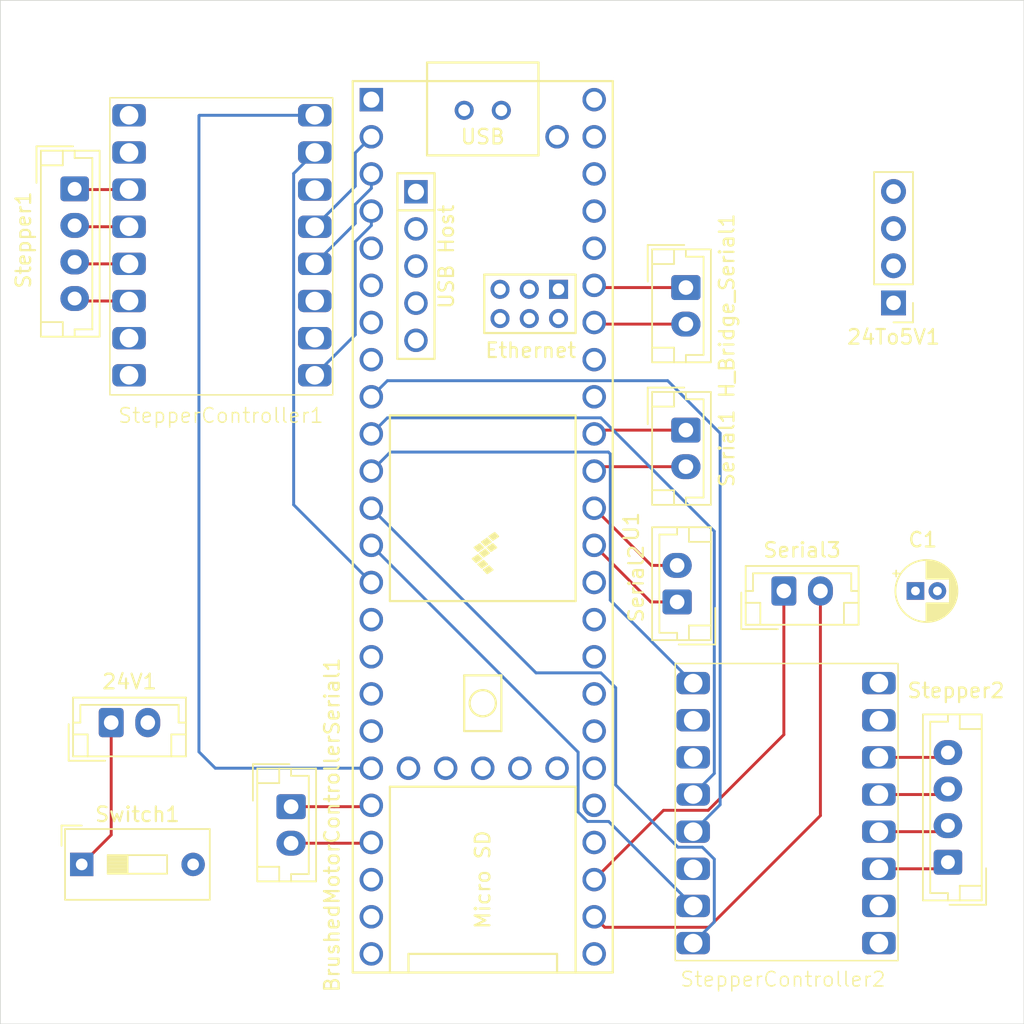
<source format=kicad_pcb>
(kicad_pcb (version 20240108) (generator "pcbnew") (generator_version "8.0")
  (layers (0 "F.Cu" signal "Data Lines 1") (1 "In1.Cu" power "GND") (2 "In2.Cu" power "VCC") (31 "B.Cu" signal "Data Lines 2") (34 "B.Paste" user) (35 "F.Paste" user) (36 "B.SilkS" user "B.Silkscreen") (37 "F.SilkS" user "F.Silkscreen") (38 "B.Mask" user) (39 "F.Mask" user) (44 "Edge.Cuts" user))
  (net 0 "")
  (net 2 "Net-(24To5V1-Vin)")
  (net 3 "Net-(24V1-Pin_1)")
  (net 4 "Net-(Stepper1-Pin_1)")
  (net 5 "Net-(Stepper1-Pin_3)")
  (net 6 "Net-(Stepper1-Pin_2)")
  (net 7 "Net-(Stepper1-Pin_4)")
  (net 8 "Net-(Stepper2-Pin_2)")
  (net 9 "Net-(Stepper2-Pin_4)")
  (net 10 "Net-(Stepper2-Pin_3)")
  (net 11 "Net-(Stepper2-Pin_1)")
  (net 55 "/TX_Stepper_Motor_1")
  (net 56 "/3v3_Stepper_Motor_1")
  (net 57 "/DIR_Stepper_Motor_1")
  (net 58 "/RX_Stepper_Motor_1")
  (net 59 "/OUT_2")
  (net 60 "/RX_Stepper_Motor_2")
  (net 61 "/3v3_Stepper_Motor_2")
  (net 62 "/OUT_1")
  (net 63 "/DIR_Stepper_Motor_2")
  (net 64 "/TX_Stepper_Motor_2")
  (net 65 "/STEP_Stepper_Motor_2")
  (net 66 "/RX_5_H_Bridge")
  (net 67 "/TX_5_H_Bridge")
  (net 68 "/RX_drill")
  (net 69 "/TX_drill")
  (net 70 "/RX_Serial_1")
  (net 71 "/TX_Serial_1")
  (net 72 "/RX_Serial_2")
  (net 73 "/TX_Serial_2")
  (net 74 "/RX_Serial_3")
  (net 75 "/TX_Serial_3")
  (net 76 "/GND_Teensy")
  (net 81 "Net-(24To5V1-Vout)")
  (net 82 "/STEP_Stepper_Motor_1")
  (footprint "Connector_JST:JST_EH_B2B-EH-A_1x02_P2.50mm_Vertical" (layer "F.Cu") (at 118.58 105.39)
    (property "Reference" "Serial3" (at 1.25 -2.8 0) (layer "F.SilkS"))
    (property "Value" "Conn_01x02")
    (pad "1" thru_hole roundrect (at 0 0) (size 1.7 2) (drill 1) (layers "*.Cu" "*.Mask") (roundrect_rratio 0.147059) (net 75 "/TX_Serial_3"))
    (pad "2" thru_hole oval (at 2.5 0) (size 1.7 2) (drill 1) (layers "*.Cu" "*.Mask") (net 74 "/RX_Serial_3"))
  )
  (footprint "Connector_PinHeader_2.54mm:PinHeader_1x04_P2.54mm_Vertical" (layer "F.Cu") (at 126.08 85.69 180)
    (property "Reference" "24To5V1" (at 0 -2.33 0) (layer "F.SilkS"))
    (property "Value" "~")
    (pad "1" thru_hole rect (at 0 0 180) (size 1.7 1.7) (drill 1) (layers "*.Cu" "*.Mask"))
    (pad "2" thru_hole oval (at 0 2.54 180) (size 1.7 1.7) (drill 1) (layers "*.Cu" "*.Mask") (net 2 "Net-(24To5V1-Vin)"))
    (pad "3" thru_hole oval (at 0 5.08 180) (size 1.7 1.7) (drill 1) (layers "*.Cu" "*.Mask") (net 76 "/GND_Teensy"))
    (pad "4" thru_hole oval (at 0 7.62 180) (size 1.7 1.7) (drill 1) (layers "*.Cu" "*.Mask") (net 81 "Net-(24To5V1-Vout)"))
  )
  (footprint "Connector_JST:JST_EH_B4B-EH-A_1x04_P2.50mm_Vertical" (layer "F.Cu") (at 129.8 123.94 90)
    (property "Reference" "Stepper2" (at 11.74 0.55 180) (layer "F.SilkS"))
    (property "Value" "Conn_01x04")
    (pad "1" thru_hole roundrect (at 0 0 90) (size 1.7 1.95) (drill 0.95) (layers "*.Cu" "*.Mask") (roundrect_rratio 0.147059) (net 11 "Net-(Stepper2-Pin_1)"))
    (pad "2" thru_hole oval (at 2.5 0 90) (size 1.7 1.95) (drill 0.95) (layers "*.Cu" "*.Mask") (net 8 "Net-(Stepper2-Pin_2)"))
    (pad "3" thru_hole oval (at 5 0 90) (size 1.7 1.95) (drill 0.95) (layers "*.Cu" "*.Mask") (net 10 "Net-(Stepper2-Pin_3)"))
    (pad "4" thru_hole oval (at 7.5 0 90) (size 1.7 1.95) (drill 0.95) (layers "*.Cu" "*.Mask") (net 9 "Net-(Stepper2-Pin_4)"))
  )
  (footprint "Bigtreetech_TMC2209:Bigtree_Tech_TMC2209_V1.3" (layer "F.Cu") (at 80.08 81.89 180)
    (property "Reference" "StepperController1" (at 0 -11.5 0) (layer "F.SilkS") (effects (font (thickness 0.1))))
    (property "Value" "~")
    (pad "1" thru_hole roundrect (at -6.42 -8.75 180) (size 2.286 1.524) (drill 1.27) (layers "*.Cu" "*.Mask") (net 59 "/OUT_2"))
    (pad "2" thru_hole roundrect (at -6.42 -6.21 180) (size 2.286 1.524) (drill 1.27) (layers "*.Cu" "*.Mask"))
    (pad "3" thru_hole roundrect (at -6.42 -3.67 180) (size 2.286 1.524) (drill 1.27) (layers "*.Cu" "*.Mask"))
    (pad "4" thru_hole roundrect (at -6.42 -1.13 180) (size 2.286 1.524) (drill 1.27) (layers "*.Cu" "*.Mask") (net 55 "/TX_Stepper_Motor_1"))
    (pad "5" thru_hole roundrect (at -6.42 1.41 180) (size 2.286 1.524) (drill 1.27) (layers "*.Cu" "*.Mask") (net 58 "/RX_Stepper_Motor_1"))
    (pad "6" thru_hole roundrect (at -6.42 3.95 180) (size 2.286 1.524) (drill 1.27) (layers "*.Cu" "*.Mask"))
    (pad "7" thru_hole roundrect (at -6.42 6.49 180) (size 2.286 1.524) (drill 1.27) (layers "*.Cu" "*.Mask") (net 82 "/STEP_Stepper_Motor_1"))
    (pad "8" thru_hole roundrect (at -6.42 9.03 180) (size 2.286 1.524) (drill 1.27) (layers "*.Cu" "*.Mask") (net 57 "/DIR_Stepper_Motor_1"))
    (pad "9" thru_hole roundrect (at 6.28 -8.75 180) (size 2.286 1.524) (drill 1.27) (layers "*.Cu" "*.Mask") (net 2 "Net-(24To5V1-Vin)"))
    (pad "10" thru_hole roundrect (at 6.28 -6.21 180) (size 2.286 1.524) (drill 1.27) (layers "*.Cu" "*.Mask") (net 76 "/GND_Teensy"))
    (pad "11" thru_hole roundrect (at 6.28 -3.67 180) (size 2.286 1.524) (drill 1.27) (layers "*.Cu" "*.Mask") (net 7 "Net-(Stepper1-Pin_4)"))
    (pad "12" thru_hole roundrect (at 6.28 -1.13 180) (size 2.286 1.524) (drill 1.27) (layers "*.Cu" "*.Mask") (net 5 "Net-(Stepper1-Pin_3)"))
    (pad "13" thru_hole roundrect (at 6.28 1.41 180) (size 2.286 1.524) (drill 1.27) (layers "*.Cu" "*.Mask") (net 6 "Net-(Stepper1-Pin_2)"))
    (pad "14" thru_hole roundrect (at 6.28 3.95 180) (size 2.286 1.524) (drill 1.27) (layers "*.Cu" "*.Mask") (net 4 "Net-(Stepper1-Pin_1)"))
    (pad "15" thru_hole roundrect (at 6.28 6.49 180) (size 2.286 1.524) (drill 1.27) (layers "*.Cu" "*.Mask") (net 56 "/3v3_Stepper_Motor_1"))
    (pad "16" thru_hole roundrect (at 6.28 9.03 180) (size 2.286 1.524) (drill 1.27) (layers "*.Cu" "*.Mask") (net 76 "/GND_Teensy"))
  )
  (footprint "Bigtreetech_TMC2209:Bigtree_Tech_TMC2209_V1.3" (layer "F.Cu") (at 118.8 120.44)
    (property "Reference" "StepperController2" (at -0.28 11.505 0) (layer "F.SilkS") (effects (font (thickness 0.1))))
    (property "Value" "~")
    (pad "1" thru_hole roundrect (at -6.42 -8.75) (size 2.286 1.524) (drill 1.27) (layers "*.Cu" "*.Mask") (net 62 "/OUT_1"))
    (pad "2" thru_hole roundrect (at -6.42 -6.21) (size 2.286 1.524) (drill 1.27) (layers "*.Cu" "*.Mask"))
    (pad "3" thru_hole roundrect (at -6.42 -3.67) (size 2.286 1.524) (drill 1.27) (layers "*.Cu" "*.Mask"))
    (pad "4" thru_hole roundrect (at -6.42 -1.13) (size 2.286 1.524) (drill 1.27) (layers "*.Cu" "*.Mask") (net 64 "/TX_Stepper_Motor_2"))
    (pad "5" thru_hole roundrect (at -6.42 1.41) (size 2.286 1.524) (drill 1.27) (layers "*.Cu" "*.Mask") (net 60 "/RX_Stepper_Motor_2"))
    (pad "6" thru_hole roundrect (at -6.42 3.95) (size 2.286 1.524) (drill 1.27) (layers "*.Cu" "*.Mask"))
    (pad "7" thru_hole roundrect (at -6.42 6.49) (size 2.286 1.524) (drill 1.27) (layers "*.Cu" "*.Mask") (net 65 "/STEP_Stepper_Motor_2"))
    (pad "8" thru_hole roundrect (at -6.42 9.03) (size 2.286 1.524) (drill 1.27) (layers "*.Cu" "*.Mask") (net 63 "/DIR_Stepper_Motor_2"))
    (pad "9" thru_hole roundrect (at 6.28 -8.75) (size 2.286 1.524) (drill 1.27) (layers "*.Cu" "*.Mask") (net 2 "Net-(24To5V1-Vin)"))
    (pad "10" thru_hole roundrect (at 6.28 -6.21) (size 2.286 1.524) (drill 1.27) (layers "*.Cu" "*.Mask") (net 76 "/GND_Teensy"))
    (pad "11" thru_hole roundrect (at 6.28 -3.67) (size 2.286 1.524) (drill 1.27) (layers "*.Cu" "*.Mask") (net 9 "Net-(Stepper2-Pin_4)"))
    (pad "12" thru_hole roundrect (at 6.28 -1.13) (size 2.286 1.524) (drill 1.27) (layers "*.Cu" "*.Mask") (net 10 "Net-(Stepper2-Pin_3)"))
    (pad "13" thru_hole roundrect (at 6.28 1.41) (size 2.286 1.524) (drill 1.27) (layers "*.Cu" "*.Mask") (net 8 "Net-(Stepper2-Pin_2)"))
    (pad "14" thru_hole roundrect (at 6.28 3.95) (size 2.286 1.524) (drill 1.27) (layers "*.Cu" "*.Mask") (net 11 "Net-(Stepper2-Pin_1)"))
    (pad "15" thru_hole roundrect (at 6.28 6.49) (size 2.286 1.524) (drill 1.27) (layers "*.Cu" "*.Mask") (net 61 "/3v3_Stepper_Motor_2"))
    (pad "16" thru_hole roundrect (at 6.28 9.03) (size 2.286 1.524) (drill 1.27) (layers "*.Cu" "*.Mask") (net 76 "/GND_Teensy"))
  )
  (footprint "Connector_JST:JST_EH_B2B-EH-A_1x02_P2.50mm_Vertical" (layer "F.Cu") (at 84.88 120.14 -90)
    (property "Reference" "BrushedMotorControllerSerial1" (at 1.25 -2.8 90) (layer "F.SilkS"))
    (property "Value" "Conn_01x02")
    (pad "1" thru_hole roundrect (at 0 0 270) (size 1.7 2) (drill 1) (layers "*.Cu" "*.Mask") (roundrect_rratio 0.147059) (net 68 "/RX_drill"))
    (pad "2" thru_hole oval (at 2.5 0 270) (size 1.7 2) (drill 1) (layers "*.Cu" "*.Mask") (net 69 "/TX_drill"))
  )
  (footprint "Teensy:Teensy41" (layer "F.Cu") (at 97.99 101 -90)
    (property "Reference" "U1" (at 0 -10.16 90) (layer "F.SilkS"))
    (property "Value" "Teensy4.1")
    (fp_text user "Ethernet" (at -12.065 -3.2766 0) (layer "F.SilkS"))
    (fp_text user "Micro SD" (at 24.13 0 90) (layer "F.SilkS"))
    (fp_text user "USB" (at -26.67 0 0) (layer "F.SilkS"))
    (fp_text user "USB Host" (at -18.4658 2.4892 90) (layer "F.SilkS"))
    (pad "1" thru_hole rect (at -29.21 7.62 270) (size 1.6 1.6) (drill 1.1) (layers "*.Cu" "*.Mask") (net 76 "/GND_Teensy"))
    (pad "2" thru_hole circle (at -26.67 7.62 270) (size 1.6 1.6) (drill 1.1) (layers "*.Cu" "*.Mask") (net 58 "/RX_Stepper_Motor_1"))
    (pad "3" thru_hole circle (at -24.13 7.62 270) (size 1.6 1.6) (drill 1.1) (layers "*.Cu" "*.Mask") (net 55 "/TX_Stepper_Motor_1"))
    (pad "4" thru_hole circle (at -21.59 7.62 270) (size 1.6 1.6) (drill 1.1) (layers "*.Cu" "*.Mask") (net 59 "/OUT_2"))
    (pad "5" thru_hole circle (at -19.05 7.62 270) (size 1.6 1.6) (drill 1.1) (layers "*.Cu" "*.Mask"))
    (pad "6" thru_hole circle (at -16.51 7.62 270) (size 1.6 1.6) (drill 1.1) (layers "*.Cu" "*.Mask"))
    (pad "7" thru_hole circle (at -13.97 7.62 270) (size 1.6 1.6) (drill 1.1) (layers "*.Cu" "*.Mask"))
    (pad "8" thru_hole circle (at -11.43 7.62 270) (size 1.6 1.6) (drill 1.1) (layers "*.Cu" "*.Mask"))
    (pad "9" thru_hole circle (at -8.89 7.62 270) (size 1.6 1.6) (drill 1.1) (layers "*.Cu" "*.Mask") (net 60 "/RX_Stepper_Motor_2"))
    (pad "10" thru_hole circle (at -6.35 7.62 270) (size 1.6 1.6) (drill 1.1) (layers "*.Cu" "*.Mask") (net 64 "/TX_Stepper_Motor_2"))
    (pad "11" thru_hole circle (at -3.81 7.62 270) (size 1.6 1.6) (drill 1.1) (layers "*.Cu" "*.Mask") (net 62 "/OUT_1"))
    (pad "12" thru_hole circle (at -1.27 7.62 270) (size 1.6 1.6) (drill 1.1) (layers "*.Cu" "*.Mask") (net 63 "/DIR_Stepper_Motor_2"))
    (pad "13" thru_hole circle (at 1.27 7.62 270) (size 1.6 1.6) (drill 1.1) (layers "*.Cu" "*.Mask") (net 65 "/STEP_Stepper_Motor_2"))
    (pad "14" thru_hole circle (at 3.81 7.62 270) (size 1.6 1.6) (drill 1.1) (layers "*.Cu" "*.Mask") (net 82 "/STEP_Stepper_Motor_1"))
    (pad "15" thru_hole circle (at 6.35 7.62 270) (size 1.6 1.6) (drill 1.1) (layers "*.Cu" "*.Mask") (net 61 "/3v3_Stepper_Motor_2"))
    (pad "16" thru_hole circle (at 8.89 7.62 270) (size 1.6 1.6) (drill 1.1) (layers "*.Cu" "*.Mask"))
    (pad "17" thru_hole circle (at 11.43 7.62 270) (size 1.6 1.6) (drill 1.1) (layers "*.Cu" "*.Mask"))
    (pad "18" thru_hole circle (at 13.97 7.62 270) (size 1.6 1.6) (drill 1.1) (layers "*.Cu" "*.Mask"))
    (pad "19" thru_hole circle (at 16.51 7.62 270) (size 1.6 1.6) (drill 1.1) (layers "*.Cu" "*.Mask") (net 57 "/DIR_Stepper_Motor_1"))
    (pad "20" thru_hole circle (at 19.05 7.62 270) (size 1.6 1.6) (drill 1.1) (layers "*.Cu" "*.Mask") (net 68 "/RX_drill"))
    (pad "21" thru_hole circle (at 21.59 7.62 270) (size 1.6 1.6) (drill 1.1) (layers "*.Cu" "*.Mask") (net 69 "/TX_drill"))
    (pad "22" thru_hole circle (at 24.13 7.62 270) (size 1.6 1.6) (drill 1.1) (layers "*.Cu" "*.Mask"))
    (pad "23" thru_hole circle (at 26.67 7.62 270) (size 1.6 1.6) (drill 1.1) (layers "*.Cu" "*.Mask"))
    (pad "24" thru_hole circle (at 29.21 7.62 270) (size 1.6 1.6) (drill 1.1) (layers "*.Cu" "*.Mask"))
    (pad "25" thru_hole circle (at 29.21 -7.62 270) (size 1.6 1.6) (drill 1.1) (layers "*.Cu" "*.Mask"))
    (pad "26" thru_hole circle (at 26.67 -7.62 270) (size 1.6 1.6) (drill 1.1) (layers "*.Cu" "*.Mask") (net 74 "/RX_Serial_3"))
    (pad "27" thru_hole circle (at 24.13 -7.62 270) (size 1.6 1.6) (drill 1.1) (layers "*.Cu" "*.Mask") (net 75 "/TX_Serial_3"))
    (pad "28" thru_hole circle (at 21.59 -7.62 270) (size 1.6 1.6) (drill 1.1) (layers "*.Cu" "*.Mask"))
    (pad "29" thru_hole circle (at 19.05 -7.62 270) (size 1.6 1.6) (drill 1.1) (layers "*.Cu" "*.Mask"))
    (pad "30" thru_hole circle (at 16.51 -7.62 270) (size 1.6 1.6) (drill 1.1) (layers "*.Cu" "*.Mask"))
    (pad "31" thru_hole circle (at 13.97 -7.62 270) (size 1.6 1.6) (drill 1.1) (layers "*.Cu" "*.Mask"))
    (pad "32" thru_hole circle (at 11.43 -7.62 270) (size 1.6 1.6) (drill 1.1) (layers "*.Cu" "*.Mask"))
    (pad "33" thru_hole circle (at 8.89 -7.62 270) (size 1.6 1.6) (drill 1.1) (layers "*.Cu" "*.Mask"))
    (pad "34" thru_hole circle (at 6.35 -7.62 270) (size 1.6 1.6) (drill 1.1) (layers "*.Cu" "*.Mask") (net 76 "/GND_Teensy"))
    (pad "35" thru_hole circle (at 3.81 -7.62 270) (size 1.6 1.6) (drill 1.1) (layers "*.Cu" "*.Mask"))
    (pad "36" thru_hole circle (at 1.27 -7.62 270) (size 1.6 1.6) (drill 1.1) (layers "*.Cu" "*.Mask") (net 73 "/TX_Serial_2"))
    (pad "37" thru_hole circle (at -1.27 -7.62 270) (size 1.6 1.6) (drill 1.1) (layers "*.Cu" "*.Mask") (net 72 "/RX_Serial_2"))
    (pad "38" thru_hole circle (at -3.81 -7.62 270) (size 1.6 1.6) (drill 1.1) (layers "*.Cu" "*.Mask") (net 70 "/RX_Serial_1"))
    (pad "39" thru_hole circle (at -6.35 -7.62 270) (size 1.6 1.6) (drill 1.1) (layers "*.Cu" "*.Mask") (net 71 "/TX_Serial_1"))
    (pad "40" thru_hole circle (at -8.89 -7.62 270) (size 1.6 1.6) (drill 1.1) (layers "*.Cu" "*.Mask"))
    (pad "41" thru_hole circle (at -11.43 -7.62 270) (size 1.6 1.6) (drill 1.1) (layers "*.Cu" "*.Mask"))
    (pad "42" thru_hole circle (at -13.97 -7.62 270) (size 1.6 1.6) (drill 1.1) (layers "*.Cu" "*.Mask") (net 67 "/TX_5_H_Bridge"))
    (pad "43" thru_hole circle (at -16.51 -7.62 270) (size 1.6 1.6) (drill 1.1) (layers "*.Cu" "*.Mask") (net 66 "/RX_5_H_Bridge"))
    (pad "44" thru_hole circle (at -19.05 -7.62 270) (size 1.6 1.6) (drill 1.1) (layers "*.Cu" "*.Mask"))
    (pad "45" thru_hole circle (at -21.59 -7.62 270) (size 1.6 1.6) (drill 1.1) (layers "*.Cu" "*.Mask"))
    (pad "46" thru_hole circle (at -24.13 -7.62 270) (size 1.6 1.6) (drill 1.1) (layers "*.Cu" "*.Mask") (net 56 "/3v3_Stepper_Motor_1"))
    (pad "47" thru_hole circle (at -26.67 -7.62 270) (size 1.6 1.6) (drill 1.1) (layers "*.Cu" "*.Mask") (net 76 "/GND_Teensy"))
    (pad "48" thru_hole circle (at -29.21 -7.62 270) (size 1.6 1.6) (drill 1.1) (layers "*.Cu" "*.Mask") (net 81 "Net-(24To5V1-Vout)"))
    (pad "49" thru_hole circle (at -26.67 -5.08 270) (size 1.6 1.6) (drill 1.1) (layers "*.Cu" "*.Mask"))
    (pad "50" thru_hole circle (at 16.51 5.08 270) (size 1.6 1.6) (drill 1.1) (layers "*.Cu" "*.Mask"))
    (pad "51" thru_hole circle (at 16.51 2.54 270) (size 1.6 1.6) (drill 1.1) (layers "*.Cu" "*.Mask"))
    (pad "52" thru_hole circle (at 16.51 0 270) (size 1.6 1.6) (drill 1.1) (layers "*.Cu" "*.Mask"))
    (pad "53" thru_hole circle (at 16.51 -2.54 270) (size 1.6 1.6) (drill 1.1) (layers "*.Cu" "*.Mask"))
    (pad "54" thru_hole circle (at 16.51 -5.08 270) (size 1.6 1.6) (drill 1.1) (layers "*.Cu" "*.Mask"))
    (pad "55" thru_hole rect (at -22.9108 4.5692 270) (size 1.6 1.6) (drill 1.1) (layers "*.Cu" "*.Mask"))
    (pad "56" thru_hole circle (at -20.3708 4.5692 270) (size 1.6 1.6) (drill 1.1) (layers "*.Cu" "*.Mask"))
    (pad "57" thru_hole circle (at -17.8308 4.5692 270) (size 1.6 1.6) (drill 1.1) (layers "*.Cu" "*.Mask"))
    (pad "58" thru_hole circle (at -15.2908 4.5692 270) (size 1.6 1.6) (drill 1.1) (layers "*.Cu" "*.Mask"))
    (pad "59" thru_hole circle (at -12.7508 4.5692 270) (size 1.6 1.6) (drill 1.1) (layers "*.Cu" "*.Mask"))
    (pad "60" thru_hole rect (at -16.24 -5.1816 270) (size 1.3 1.3) (drill 0.8) (layers "*.Cu" "*.Mask"))
    (pad "61" thru_hole circle (at -16.24 -3.1816 270) (size 1.3 1.3) (drill 0.8) (layers "*.Cu" "*.Mask"))
    (pad "62" thru_hole circle (at -16.24 -1.1816 270) (size 1.3 1.3) (drill 0.8) (layers "*.Cu" "*.Mask"))
    (pad "63" thru_hole circle (at -14.24 -1.1816 270) (size 1.3 1.3) (drill 0.8) (layers "*.Cu" "*.Mask"))
    (pad "64" thru_hole circle (at -14.24 -3.1816 270) (size 1.3 1.3) (drill 0.8) (layers "*.Cu" "*.Mask"))
    (pad "65" thru_hole circle (at -14.24 -5.1816 270) (size 1.3 1.3) (drill 0.8) (layers "*.Cu" "*.Mask"))
    (pad "66" thru_hole circle (at -28.48 -1.27 270) (size 1.3 1.3) (drill 0.8) (layers "*.Cu" "*.Mask"))
    (pad "67" thru_hole circle (at -28.48 1.27 270) (size 1.3 1.3) (drill 0.8) (layers "*.Cu" "*.Mask"))
  )
  (footprint "Capacitor_THT:CP_Radial_D4.0mm_P1.50mm" (layer "F.Cu") (at 127.58 105.39)
    (property "Reference" "C1" (at 0.5 -3.5 0) (layer "F.SilkS"))
    (property "Value" "C")
    (pad "1" thru_hole rect (at 0 0) (size 1.2 1.2) (drill 0.6) (layers "*.Cu" "*.Mask") (net 2 "Net-(24To5V1-Vin)"))
    (pad "2" thru_hole circle (at 1.5 0) (size 1.2 1.2) (drill 0.6) (layers "*.Cu" "*.Mask") (net 76 "/GND_Teensy"))
  )
  (footprint "Connector_JST:JST_EH_B2B-EH-A_1x02_P2.50mm_Vertical" (layer "F.Cu") (at 111.88 94.39 -90)
    (property "Reference" "Serial1" (at 1.25 -2.8 90) (layer "F.SilkS"))
    (property "Value" "Conn_01x02")
    (pad "1" thru_hole roundrect (at 0 0 270) (size 1.7 2) (drill 1) (layers "*.Cu" "*.Mask") (roundrect_rratio 0.147059) (net 71 "/TX_Serial_1"))
    (pad "2" thru_hole oval (at 2.5 0 270) (size 1.7 2) (drill 1) (layers "*.Cu" "*.Mask") (net 70 "/RX_Serial_1"))
  )
  (footprint "Connector_JST:JST_EH_B4B-EH-A_1x04_P2.50mm_Vertical" (layer "F.Cu") (at 70.08 77.89 -90)
    (property "Reference" "Stepper1" (at 3.5 3.5 90) (layer "F.SilkS"))
    (property "Value" "Conn_01x04")
    (pad "1" thru_hole roundrect (at 0 0 270) (size 1.7 1.95) (drill 0.95) (layers "*.Cu" "*.Mask") (roundrect_rratio 0.147059) (net 4 "Net-(Stepper1-Pin_1)"))
    (pad "2" thru_hole oval (at 2.5 0 270) (size 1.7 1.95) (drill 0.95) (layers "*.Cu" "*.Mask") (net 6 "Net-(Stepper1-Pin_2)"))
    (pad "3" thru_hole oval (at 5 0 270) (size 1.7 1.95) (drill 0.95) (layers "*.Cu" "*.Mask") (net 5 "Net-(Stepper1-Pin_3)"))
    (pad "4" thru_hole oval (at 7.5 0 270) (size 1.7 1.95) (drill 0.95) (layers "*.Cu" "*.Mask") (net 7 "Net-(Stepper1-Pin_4)"))
  )
  (footprint "Connector_JST:JST_EH_B2B-EH-A_1x02_P2.50mm_Vertical" (layer "F.Cu") (at 111.28 106.14 90)
    (property "Reference" "Serial2" (at 1.25 -2.8 90) (layer "F.SilkS"))
    (property "Value" "Conn_01x02")
    (pad "1" thru_hole roundrect (at 0 0 90) (size 1.7 2) (drill 1) (layers "*.Cu" "*.Mask") (roundrect_rratio 0.147059) (net 73 "/TX_Serial_2"))
    (pad "2" thru_hole oval (at 2.5 0 90) (size 1.7 2) (drill 1) (layers "*.Cu" "*.Mask") (net 72 "/RX_Serial_2"))
  )
  (footprint "Button_Switch_THT:SW_DIP_SPSTx01_Slide_9.78x4.72mm_W7.62mm_P2.54mm" (layer "F.Cu") (at 70.5625 124.09)
    (property "Reference" "Switch1" (at 3.81 -3.42 0) (layer "F.SilkS"))
    (property "Value" "SW_DIP_x01")
    (pad "1" thru_hole rect (at 0 0) (size 1.6 1.6) (drill 0.8) (layers "*.Cu" "*.Mask") (net 3 "Net-(24V1-Pin_1)"))
    (pad "2" thru_hole oval (at 7.62 0) (size 1.6 1.6) (drill 0.8) (layers "*.Cu" "*.Mask") (net 2 "Net-(24To5V1-Vin)"))
  )
  (footprint "Connector_JST:JST_EH_B2B-EH-A_1x02_P2.50mm_Vertical" (layer "F.Cu") (at 111.88 84.64 -90)
    (property "Reference" "H_Bridge_Serial1" (at 1.25 -2.8 90) (layer "F.SilkS"))
    (property "Value" "Conn_01x02")
    (pad "1" thru_hole roundrect (at 0 0 270) (size 1.7 2) (drill 1) (layers "*.Cu" "*.Mask") (roundrect_rratio 0.147059) (net 66 "/RX_5_H_Bridge"))
    (pad "2" thru_hole oval (at 2.5 0 270) (size 1.7 2) (drill 1) (layers "*.Cu" "*.Mask") (net 67 "/TX_5_H_Bridge"))
  )
  (footprint "Connector_JST:JST_EH_B2B-EH-A_1x02_P2.50mm_Vertical" (layer "F.Cu") (at 72.58 114.39)
    (property "Reference" "24V1" (at 1.25 -2.8 0) (layer "F.SilkS"))
    (property "Value" "Conn_01x02")
    (pad "1" thru_hole roundrect (at 0 0) (size 1.7 2) (drill 1) (layers "*.Cu" "*.Mask") (roundrect_rratio 0.147059) (net 3 "Net-(24V1-Pin_1)"))
    (pad "2" thru_hole oval (at 2.5 0) (size 1.7 2) (drill 1) (layers "*.Cu" "*.Mask") (net 76 "/GND_Teensy"))
  )
  (gr_rect (start 65 65) (end 135 135) (stroke (width 0.05)) (fill none) (layer "Edge.Cuts"))
  (segment (start 72.58 114.39) (end 72.58 122.0725) (width 0.2) (layer "F.Cu") (net 3))
  (segment (start 72.58 122.0725) (end 70.5625 124.09) (width 0.2) (layer "F.Cu") (net 3))
  (segment (start 73.8 77.94) (end 70.13 77.94) (width 0.2) (layer "F.Cu") (net 4))
  (segment (start 70.13 77.94) (end 70.08 77.89) (width 0.2) (layer "F.Cu") (net 4))
  (segment (start 70.21 83.02) (end 70.08 82.89) (width 0.2) (layer "F.Cu") (net 5))
  (segment (start 73.8 83.02) (end 70.21 83.02) (width 0.2) (layer "F.Cu") (net 5))
  (segment (start 70.17 80.48) (end 70.08 80.39) (width 0.2) (layer "F.Cu") (net 6))
  (segment (start 73.8 80.48) (end 70.17 80.48) (width 0.2) (layer "F.Cu") (net 6))
  (segment (start 70.25 85.56) (end 70.08 85.39) (width 0.2) (layer "F.Cu") (net 7))
  (segment (start 73.8 85.56) (end 70.25 85.56) (width 0.2) (layer "F.Cu") (net 7))
  (segment (start 129.39 121.85) (end 129.8 121.44) (width 0.2) (layer "F.Cu") (net 8))
  (segment (start 125.08 121.85) (end 129.39 121.85) (width 0.2) (layer "F.Cu") (net 8))
  (segment (start 125.08 116.77) (end 129.47 116.77) (width 0.2) (layer "F.Cu") (net 9))
  (segment (start 129.47 116.77) (end 129.8 116.44) (width 0.2) (layer "F.Cu") (net 9))
  (segment (start 125.08 119.31) (end 129.43 119.31) (width 0.2) (layer "F.Cu") (net 10))
  (segment (start 129.43 119.31) (end 129.8 118.94) (width 0.2) (layer "F.Cu") (net 10))
  (segment (start 125.08 124.39) (end 129.35 124.39) (width 0.2) (layer "F.Cu") (net 11))
  (segment (start 129.35 124.39) (end 129.8 123.94) (width 0.2) (layer "F.Cu") (net 11))
  (segment (start 90.37 77.854365) (end 90.37 76.87) (width 0.2) (layer "B.Cu") (net 55))
  (segment (start 86.5 83.02) (end 89.27 80.25) (width 0.2) (layer "B.Cu") (net 55))
  (segment (start 89.27 78.954365) (end 90.37 77.854365) (width 0.2) (layer "B.Cu") (net 55))
  (segment (start 89.27 80.25) (end 89.27 78.954365) (width 0.2) (layer "B.Cu") (net 55))
  (segment (start 78.61 72.86) (end 78.58 72.89) (width 0.2) (layer "B.Cu") (net 57))
  (segment (start 78.58 72.89) (end 78.58 116.39) (width 0.2) (layer "B.Cu") (net 57))
  (segment (start 86.5 72.86) (end 78.61 72.86) (width 0.2) (layer "B.Cu") (net 57))
  (segment (start 79.7 117.51) (end 90.37 117.51) (width 0.2) (layer "B.Cu") (net 57))
  (segment (start 78.58 116.39) (end 79.7 117.51) (width 0.2) (layer "B.Cu") (net 57))
  (segment (start 89.27 77.71) (end 89.27 75.43) (width 0.2) (layer "B.Cu") (net 58))
  (segment (start 86.5 80.48) (end 89.27 77.71) (width 0.2) (layer "B.Cu") (net 58))
  (segment (start 89.27 75.43) (end 90.37 74.33) (width 0.2) (layer "B.Cu") (net 58))
  (segment (start 89.27 87.87) (end 89.27 81.494365) (width 0.2) (layer "B.Cu") (net 59))
  (segment (start 89.27 81.494365) (end 90.37 80.394365) (width 0.2) (layer "B.Cu") (net 59))
  (segment (start 86.5 90.64) (end 89.27 87.87) (width 0.2) (layer "B.Cu") (net 59))
  (segment (start 90.37 80.394365) (end 90.37 79.41) (width 0.2) (layer "B.Cu") (net 59))
  (segment (start 91.47 91.01) (end 90.37 92.11) (width 0.2) (layer "B.Cu") (net 60))
  (segment (start 114.223 94.598256) (end 110.634744 91.01) (width 0.2) (layer "B.Cu") (net 60))
  (segment (start 114.223 120.007) (end 114.223 94.598256) (width 0.2) (layer "B.Cu") (net 60))
  (segment (start 112.38 121.85) (end 114.223 120.007) (width 0.2) (layer "B.Cu") (net 60))
  (segment (start 110.634744 91.01) (end 91.47 91.01) (width 0.2) (layer "B.Cu") (net 60))
  (segment (start 91.67 95.89) (end 90.37 97.19) (width 0.2) (layer "B.Cu") (net 62))
  (segment (start 106.71 96.02) (end 106.58 95.89) (width 0.2) (layer "B.Cu") (net 62))
  (segment (start 106.71 106.02) (end 106.71 96.02) (width 0.2) (layer "B.Cu") (net 62))
  (segment (start 112.38 111.69) (end 106.71 106.02) (width 0.2) (layer "B.Cu") (net 62))
  (segment (start 106.58 95.89) (end 91.67 95.89) (width 0.2) (layer "B.Cu") (net 62))
  (segment (start 101.63 110.99) (end 90.37 99.73) (width 0.2) (layer "B.Cu") (net 63))
  (segment (start 106.065635 110.99) (end 101.63 110.99) (width 0.2) (layer "B.Cu") (net 63))
  (segment (start 112.38 129.47) (end 113.823 128.027) (width 0.2) (layer "B.Cu") (net 63))
  (segment (start 113.823 128.027) (end 113.823 123.72692) (width 0.2) (layer "B.Cu") (net 63))
  (segment (start 107.08 112.004365) (end 106.065635 110.99) (width 0.2) (layer "B.Cu") (net 63))
  (segment (start 111.33592 122.912) (end 107.08 118.65608) (width 0.2) (layer "B.Cu") (net 63))
  (segment (start 113.00808 122.912) (end 111.33592 122.912) (width 0.2) (layer "B.Cu") (net 63))
  (segment (start 113.823 123.72692) (end 113.00808 122.912) (width 0.2) (layer "B.Cu") (net 63))
  (segment (start 107.08 118.65608) (end 107.08 112.004365) (width 0.2) (layer "B.Cu") (net 63))
  (segment (start 113.823 101.307365) (end 106.065635 93.55) (width 0.2) (layer "B.Cu") (net 64))
  (segment (start 91.47 93.55) (end 90.37 94.65) (width 0.2) (layer "B.Cu") (net 64))
  (segment (start 113.823 117.867) (end 113.823 101.307365) (width 0.2) (layer "B.Cu") (net 64))
  (segment (start 112.38 119.31) (end 113.823 117.867) (width 0.2) (layer "B.Cu") (net 64))
  (segment (start 106.065635 93.55) (end 91.47 93.55) (width 0.2) (layer "B.Cu") (net 64))
  (segment (start 112.38 126.93) (end 106.6 121.15) (width 0.2) (layer "B.Cu") (net 65))
  (segment (start 104.51 116.41) (end 90.37 102.27) (width 0.2) (layer "B.Cu") (net 65))
  (segment (start 104.51 120.505635) (end 104.51 116.41) (width 0.2) (layer "B.Cu") (net 65))
  (segment (start 106.6 121.15) (end 105.154365 121.15) (width 0.2) (layer "B.Cu") (net 65))
  (segment (start 105.154365 121.15) (end 104.51 120.505635) (width 0.2) (layer "B.Cu") (net 65))
  (segment (start 111.88 84.64) (end 105.76 84.64) (width 0.2) (layer "F.Cu") (net 66))
  (segment (start 105.72 87.14) (end 105.61 87.03) (width 0.2) (layer "F.Cu") (net 67))
  (segment (start 111.88 87.14) (end 105.72 87.14) (width 0.2) (layer "F.Cu") (net 67))
  (segment (start 90.28 120.14) (end 90.37 120.05) (width 0.2) (layer "F.Cu") (net 68))
  (segment (start 84.88 120.14) (end 87.83 120.14) (width 0.2) (layer "F.Cu") (net 68))
  (segment (start 87.83 120.14) (end 90.28 120.14) (width 0.2) (layer "F.Cu") (net 68))
  (segment (start 90.32 122.64) (end 90.37 122.59) (width 0.2) (layer "F.Cu") (net 69))
  (segment (start 87.83 122.64) (end 90.32 122.64) (width 0.2) (layer "F.Cu") (net 69))
  (segment (start 84.88 122.64) (end 87.83 122.64) (width 0.2) (layer "F.Cu") (net 69))
  (segment (start 105.91 96.89) (end 105.61 97.19) (width 0.2) (layer "F.Cu") (net 70))
  (segment (start 111.88 96.89) (end 105.91 96.89) (width 0.2) (layer "F.Cu") (net 70))
  (segment (start 105.87 94.39) (end 105.61 94.65) (width 0.2) (layer "F.Cu") (net 71))
  (segment (start 111.88 94.39) (end 105.87 94.39) (width 0.2) (layer "F.Cu") (net 71))
  (segment (start 109.52 103.64) (end 105.61 99.73) (width 0.2) (layer "F.Cu") (net 72))
  (segment (start 111.28 103.64) (end 109.52 103.64) (width 0.2) (layer "F.Cu") (net 72))
  (segment (start 111.28 106.14) (end 109.48 106.14) (width 0.2) (layer "F.Cu") (net 73))
  (segment (start 109.48 106.14) (end 105.61 102.27) (width 0.2) (layer "F.Cu") (net 73))
  (segment (start 106.33 128.39) (end 105.61 127.67) (width 0.2) (layer "F.Cu") (net 74))
  (segment (start 121.08 105.39) (end 121.08 120.75208) (width 0.2) (layer "F.Cu") (net 74))
  (segment (start 113.44208 128.39) (end 106.33 128.39) (width 0.2) (layer "F.Cu") (net 74))
  (segment (start 121.08 120.75208) (end 113.44208 128.39) (width 0.2) (layer "F.Cu") (net 74))
  (segment (start 118.58 115.21608) (end 113.40608 120.39) (width 0.2) (layer "F.Cu") (net 75))
  (segment (start 118.58 105.39) (end 118.58 115.21608) (width 0.2) (layer "F.Cu") (net 75))
  (segment (start 113.40608 120.39) (end 110.35 120.39) (width 0.2) (layer "F.Cu") (net 75))
  (segment (start 110.35 120.39) (end 105.61 125.13) (width 0.2) (layer "F.Cu") (net 75))
  (segment (start 90.37 104.81) (end 85.057 99.497) (width 0.2) (layer "B.Cu") (net 82))
  (segment (start 85.057 99.497) (end 85.057 76.843) (width 0.2) (layer "B.Cu") (net 82))
  (segment (start 85.057 76.843) (end 86.5 75.4) (width 0.2) (layer "B.Cu") (net 82))
)
</source>
